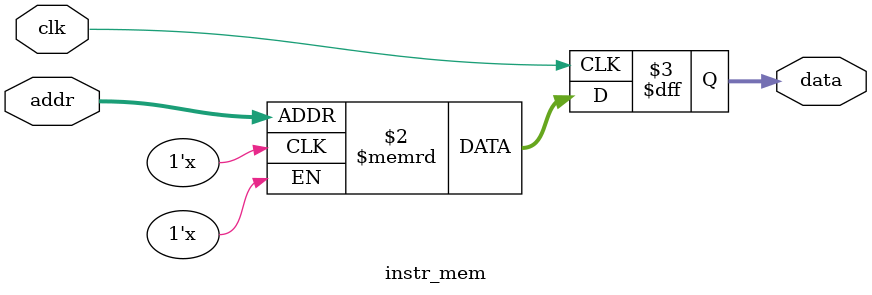
<source format=sv>

module instr_mem #(
    parameter ADDR_BITS = 8,
    parameter DATA_BITS = 32
)(
    input logic clk,
    input logic [ADDR_BITS-1:0] addr,
    output logic [DATA_BITS-1:0] data
);

    logic [DATA_BITS-1:0] mem [0:2**ADDR_BITS-1];
    
    always_ff @(posedge clk) begin
        data <= mem[addr];
    end

endmodule // instr_mem
</source>
